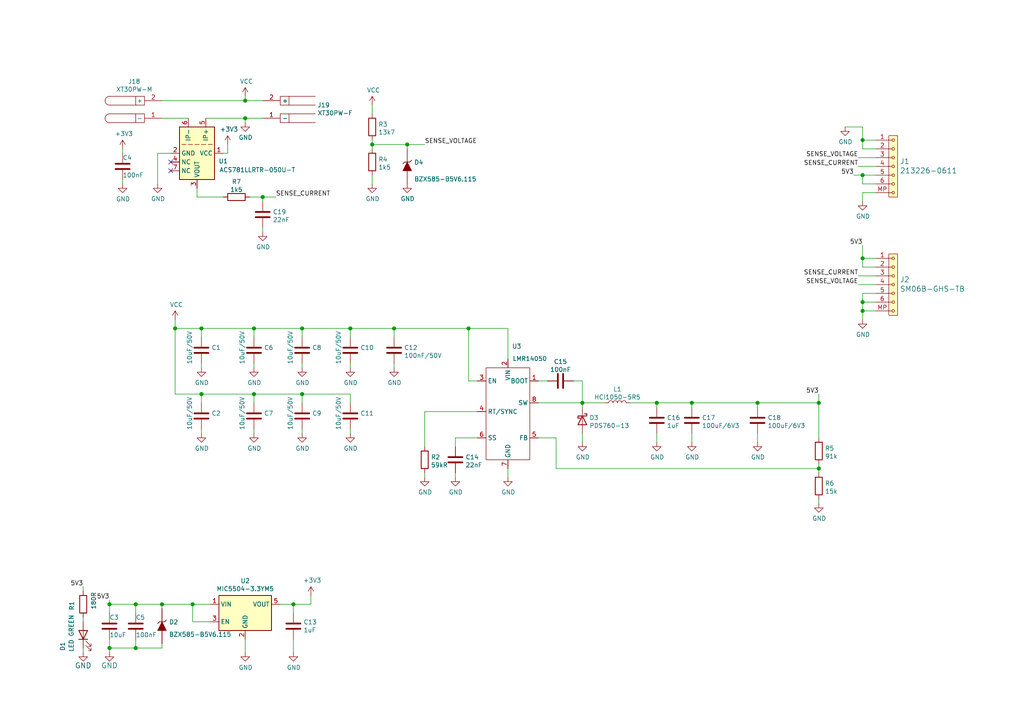
<source format=kicad_sch>
(kicad_sch (version 20230121) (generator eeschema)
  (paper "A4")
  (title_block (title "TFSBEC01A") (date "2022-03-15") (company "ThunderFly s.r.o.") (comment 1 "High efficient switching \\npower supply \\nfor UAV actuators. "))
  (lib_symbols
    (symbol "Device:C" (pin_numbers hide) (pin_names (offset 0.254))
      (property "Reference" "C" (at 0.635 2.54 0))
      (property "Value" "C" (at 0.635 -2.54 0))
      (symbol "C_0_1"
        (polyline (pts (xy -2.032 -0.762) (xy 2.032 -0.762)) (stroke (width 0.508)))
        (polyline (pts (xy -2.032 0.762) (xy 2.032 0.762)) (stroke (width 0.508)))
      )
      (symbol "C_1_1"
        (pin passive line (at 0 3.81 270) (length 2.794) (name "~") (number "1"))
        (pin passive line (at 0 -3.81 90) (length 2.794) (name "~") (number "2"))
      )
    )
    (symbol "Device:D_Schottky" (pin_numbers hide) (pin_names (offset 1.016) hide)
      (property "Reference" "D" (at 0 2.54 0))
      (property "Value" "D_Schottky" (at 0 -2.54 0))
      (symbol "D_Schottky_0_1"
        (polyline (pts (xy 1.27 0) (xy -1.27 0)))
        (polyline (pts (xy 1.27 1.27) (xy 1.27 -1.27) (xy -1.27 0) (xy 1.27 1.27)) (stroke (width 0.254)))
        (polyline (pts (xy -1.905 0.635) (xy -1.905 1.27) (xy -1.27 1.27) (xy -1.27 -1.27) (xy -0.635 -1.27) (xy -0.635 -0.635)) (stroke (width 0.254)))
      )
      (symbol "D_Schottky_1_1"
        (pin passive line (at -3.81 0 0) (length 2.54) (name "K") (number "1"))
        (pin passive line (at 3.81 0 180) (length 2.54) (name "A") (number "2"))
      )
    )
    (symbol "Device:L" (pin_numbers hide) (pin_names (offset 1.016) hide)
      (property "Reference" "L" (at -1.27 0 90))
      (property "Value" "L" (at 1.905 0 90))
      (symbol "L_0_1"
        (arc (start 0 -2.54) (mid 0.6323 -1.905) (end 0 -1.27))
        (arc (start 0 -1.27) (mid 0.6323 -0.635) (end 0 0))
        (arc (start 0 0) (mid 0.6323 0.635) (end 0 1.27))
        (arc (start 0 1.27) (mid 0.6323 1.905) (end 0 2.54))
      )
      (symbol "L_1_1"
        (pin passive line (at 0 3.81 270) (length 1.27) (name "1") (number "1"))
        (pin passive line (at 0 -3.81 90) (length 1.27) (name "2") (number "2"))
      )
    )
    (symbol "Device:LED" (pin_numbers hide) (pin_names (offset 1.016) hide)
      (property "Reference" "D" (at 0 2.54 0))
      (property "Value" "LED" (at 0 -2.54 0))
      (symbol "LED_0_1"
        (polyline (pts (xy -1.27 -1.27) (xy -1.27 1.27)) (stroke (width 0.254)))
        (polyline (pts (xy -1.27 0) (xy 1.27 0)))
        (polyline (pts (xy 1.27 -1.27) (xy 1.27 1.27) (xy -1.27 0) (xy 1.27 -1.27)) (stroke (width 0.254)))
        (polyline (pts (xy -3.048 -0.762) (xy -4.572 -2.286) (xy -3.81 -2.286) (xy -4.572 -2.286) (xy -4.572 -1.524)))
        (polyline (pts (xy -1.778 -0.762) (xy -3.302 -2.286) (xy -2.54 -2.286) (xy -3.302 -2.286) (xy -3.302 -1.524)))
      )
      (symbol "LED_1_1"
        (pin passive line (at -3.81 0 0) (length 2.54) (name "K") (number "1"))
        (pin passive line (at 3.81 0 180) (length 2.54) (name "A") (number "2"))
      )
    )
    (symbol "Device:R" (pin_numbers hide) (pin_names (offset 0))
      (property "Reference" "R" (at 2.032 0 90))
      (property "Value" "R" (at 0 0 90))
      (symbol "R_0_1"
        (rectangle (start -1.016 -2.54) (end 1.016 2.54) (stroke (width 0.254)))
      )
      (symbol "R_1_1"
        (pin passive line (at 0 3.81 270) (length 1.27) (name "~") (number "1"))
        (pin passive line (at 0 -3.81 90) (length 1.27) (name "~") (number "2"))
      )
    )
    (symbol "MLAB_CONNECTORS:XT30PW-F"
      (property "Reference" "J" (at -5.08 8.89 0))
      (property "Value" "XT30PW-F" (at -1.27 6.35 0))
      (symbol "XT30PW-F_0_1"
        (polyline (pts (xy -6.35 -3.81) (xy 1.27 -3.81)))
        (polyline (pts (xy -6.35 1.27) (xy 1.27 1.27)))
        (polyline (pts (xy 1.27 -1.27) (xy -6.35 -1.27)))
        (polyline (pts (xy 1.27 3.81) (xy -6.35 3.81)))
        (rectangle (start 3.81 -1.27) (end 1.27 -3.81))
        (rectangle (start 3.81 3.81) (end 1.27 1.27))
      )
      (symbol "XT30PW-F_1_1"
        (pin passive line (at 8.89 -2.54 180) (length 5.08) (name "-") (number "1"))
        (pin passive line (at 8.89 2.54 180) (length 5.08) (name "+") (number "2"))
      )
    )
    (symbol "MLAB_CONNECTORS:XT30PW-M"
      (property "Reference" "J" (at -8.89 7.62 0))
      (property "Value" "XT30PW-M" (at -5.08 5.08 0))
      (symbol "XT30PW-M_0_1"
        (arc (start -10.16 -2.54) (mid -9.8009 -3.4509) (end -8.89 -3.81))
        (arc (start -10.16 2.54) (mid -9.8009 1.6291) (end -8.89 1.27))
        (arc (start -8.89 -1.27) (mid -9.7827 -1.6473) (end -10.16 -2.54))
        (arc (start -8.89 3.81) (mid -9.7827 3.4327) (end -10.16 2.54))
        (polyline (pts (xy -8.89 -3.81) (xy -1.27 -3.81)))
        (polyline (pts (xy -8.89 1.27) (xy -1.27 1.27)))
        (polyline (pts (xy -1.27 -1.27) (xy -8.89 -1.27)))
        (polyline (pts (xy -1.27 3.81) (xy -8.89 3.81)))
        (rectangle (start 1.27 -1.27) (end -1.27 -3.81))
        (rectangle (start 1.27 3.81) (end -1.27 1.27))
      )
      (symbol "XT30PW-M_1_1"
        (pin passive line (at 6.35 -2.54 180) (length 5.08) (name "-") (number "1"))
        (pin passive line (at 6.35 2.54 180) (length 5.08) (name "+") (number "2"))
      )
    )
    (symbol "MLAB_CONNECTORS_JST:SM06B-GHS-TB" (pin_names (offset 1.016))
      (property "Reference" "J" (at 0 -10.16 0))
      (property "Value" "SM06B-GHS-TB" (at 0 10.16 0))
      (symbol "SM06B-GHS-TB_0_1"
        (rectangle (start -1.27 8.89) (end 1.27 -8.89) (fill (type background)))
        (circle (center 0 -7.62) (radius 0.381))
        (circle (center 0 -5.08) (radius 0.381))
        (circle (center 0 -2.54) (radius 0.381))
        (polyline (pts (xy -1.27 -7.62) (xy -0.381 -7.62)))
        (polyline (pts (xy -1.27 -5.08) (xy -0.381 -5.08)))
        (polyline (pts (xy -1.27 -2.54) (xy -0.381 -2.54)))
        (polyline (pts (xy -1.27 0) (xy -0.381 0)))
        (polyline (pts (xy -1.27 2.54) (xy -0.381 2.54)))
        (polyline (pts (xy -1.27 5.08) (xy -0.381 5.08)))
        (polyline (pts (xy -1.27 7.62) (xy -0.381 7.62)))
        (circle (center 0 0) (radius 0.381))
        (circle (center 0 2.54) (radius 0.381))
        (circle (center 0 5.08) (radius 0.381))
        (circle (center 0 7.62) (radius 0.381))
      )
      (symbol "SM06B-GHS-TB_1_1"
        (pin input line (at -5.08 7.62 0) (length 3.81) (name "~") (number "1"))
        (pin input line (at -5.08 5.08 0) (length 3.81) (name "~") (number "2"))
        (pin input line (at -5.08 2.54 0) (length 3.81) (name "~") (number "3"))
        (pin input line (at -5.08 0 0) (length 3.81) (name "~") (number "4"))
        (pin input line (at -5.08 -2.54 0) (length 3.81) (name "~") (number "5"))
        (pin input line (at -5.08 -5.08 0) (length 3.81) (name "~") (number "6"))
        (pin input line (at -5.08 -7.62 0) (length 3.81) (name "~") (number "MP"))
      )
    )
    (symbol "MLAB_D:D_ZENER" (pin_numbers hide) (pin_names (offset 1.016) hide)
      (property "Reference" "D" (at 0 2.54 0))
      (property "Value" "D_ZENER" (at 0 -2.54 0))
      (symbol "D_ZENER_0_1"
        (polyline (pts (xy -1.778 1.27) (xy -1.27 0.762) (xy -1.27 -0.762) (xy -0.762 -1.27) (xy -0.762 -1.27)) (stroke (width 0.2032)))
        (polyline (pts (xy -1.27 0) (xy 1.27 1.27) (xy 1.27 -1.27) (xy -1.27 0) (xy -1.27 0)) (fill (type outline)))
      )
      (symbol "D_ZENER_1_1"
        (pin passive line (at -5.08 0 0) (length 3.81) (name "K") (number "1"))
        (pin passive line (at 5.08 0 180) (length 3.81) (name "A") (number "2"))
      )
    )
    (symbol "MLAB_IO:LMR14050"
      (property "Reference" "U" (at 0 0 0))
      (property "Value" "LMR14050" (at 0 -2.54 0))
      (symbol "LMR14050_0_1"
        (rectangle (start -6.35 15.24) (end 6.35 -11.43) (stroke (width 0.1524)))
      )
      (symbol "LMR14050_1_1"
        (pin unspecified line (at 8.89 11.43 180) (length 2.54) (name "BOOT") (number "1"))
        (pin unspecified line (at 0 17.78 270) (length 2.54) (name "VIN") (number "2"))
        (pin unspecified line (at -8.89 11.43 0) (length 2.54) (name "EN") (number "3"))
        (pin unspecified line (at -8.89 2.54 0) (length 2.54) (name "RT/SYNC") (number "4"))
        (pin unspecified line (at 8.89 -5.08 180) (length 2.54) (name "FB") (number "5"))
        (pin unspecified line (at -8.89 -5.08 0) (length 2.54) (name "SS") (number "6"))
        (pin unspecified line (at 0 -13.97 90) (length 2.54) (name "GND") (number "7"))
        (pin unspecified line (at 8.89 5.08 180) (length 2.54) (name "SW") (number "8"))
        (pin unspecified line (at 0 -13.97 90) (length 2.54) hide (name "GND") (number "9"))
      )
    )
    (symbol "Regulator_Linear:MIC5504-3.3YM5"
      (property "Reference" "U" (at -7.62 8.89 0))
      (property "Value" "MIC5504-3.3YM5" (at -7.62 6.35 0))
      (symbol "MIC5504-3.3YM5_0_1"
        (rectangle (start -7.62 -5.08) (end 7.62 5.08) (stroke (width 0.254)) (fill (type background)))
      )
      (symbol "MIC5504-3.3YM5_1_1"
        (pin power_in line (at -10.16 2.54 0) (length 2.54) (name "VIN") (number "1"))
        (pin power_in line (at 0 -7.62 90) (length 2.54) (name "GND") (number "2"))
        (pin input line (at -10.16 -2.54 0) (length 2.54) (name "EN") (number "3"))
        (pin no_connect line (at 7.62 -2.54 180) (length 2.54) hide (name "NC") (number "4"))
        (pin power_out line (at 10.16 2.54 180) (length 2.54) (name "VOUT") (number "5"))
      )
    )
    (symbol "Sensor_Current:ACS781xLRTR-050U"
      (property "Reference" "U" (at -7.62 6.35 0))
      (property "Value" "ACS781xLRTR-050U" (at 2.54 6.35 0))
      (symbol "ACS781xLRTR-050U_0_1"
        (rectangle (start -7.62 5.08) (end 7.62 -5.08) (stroke (width 0.254)) (fill (type background)))
        (polyline (pts (xy -2.54 -3.175) (xy -2.54 -4.445)))
        (polyline (pts (xy -2.54 -1.27) (xy -2.54 -2.54)))
        (polyline (pts (xy -2.54 0.635) (xy -2.54 -0.635)))
        (polyline (pts (xy -2.54 1.27) (xy -2.54 2.54)))
        (polyline (pts (xy -2.54 3.175) (xy -2.54 4.445)))
      )
      (symbol "ACS781xLRTR-050U_1_1"
        (pin power_in line (at 0 7.62 270) (length 2.54) (name "VCC") (number "1"))
        (pin power_in line (at 0 -7.62 90) (length 2.54) (name "GND") (number "2"))
        (pin output line (at 10.16 0 180) (length 2.54) (name "VOUT") (number "3"))
        (pin passive line (at 2.54 -7.62 90) (length 2.54) (name "NC") (number "4"))
        (pin passive line (at -10.16 2.54 0) (length 2.54) (name "IP+") (number "5"))
        (pin passive line (at -10.16 -2.54 0) (length 2.54) (name "IP-") (number "6"))
        (pin passive line (at 5.08 -7.62 90) (length 2.54) (name "NC") (number "7"))
      )
    )
    (symbol "power:+3V3" (power) (pin_names (offset 0))
      (property "Value" "+3V3" (at 0 3.556 0))
      (symbol "+3V3_0_1"
        (polyline (pts (xy -0.762 1.27) (xy 0 2.54)))
        (polyline (pts (xy 0 0) (xy 0 2.54)))
        (polyline (pts (xy 0 2.54) (xy 0.762 1.27)))
      )
      (symbol "+3V3_1_1"
        (pin power_in line (at 0 0 90) (length 0) hide (name "+3V3") (number "1"))
      )
    )
    (symbol "power:GND" (power) (pin_names (offset 0))
      (property "Value" "GND" (at 0 -3.81 0))
      (symbol "GND_0_1"
        (polyline (pts (xy 0 0) (xy 0 -1.27) (xy 1.27 -1.27) (xy 0 -2.54) (xy -1.27 -1.27) (xy 0 -1.27)))
      )
      (symbol "GND_1_1"
        (pin power_in line (at 0 0 270) (length 0) hide (name "GND") (number "1"))
      )
    )
    (symbol "power:VCC" (power) (pin_names (offset 0))
      (property "Value" "VCC" (at 0 3.81 0))
      (symbol "VCC_0_1"
        (polyline (pts (xy -0.762 1.27) (xy 0 2.54)))
        (polyline (pts (xy 0 0) (xy 0 2.54)))
        (polyline (pts (xy 0 2.54) (xy 0.762 1.27)))
      )
      (symbol "VCC_1_1"
        (pin power_in line (at 0 0 90) (length 0) hide (name "VCC") (number "1"))
      )
    )
  )
  (junction (at 250.19 87.63) (diameter 1.016))
  (junction (at 250.19 74.93) (diameter 1.016))
  (junction (at 219.71 116.84) (diameter 1.016))
  (junction (at 85.09 175.26) (diameter 1.016))
  (junction (at 73.66 95.25) (diameter 1.016))
  (junction (at 168.91 116.84) (diameter 1.016))
  (junction (at 87.63 95.25) (diameter 1.016))
  (junction (at 58.42 95.25) (diameter 1.016))
  (junction (at 50.8 95.25) (diameter 1.016))
  (junction (at 237.49 116.84) (diameter 1.016))
  (junction (at 58.42 114.3) (diameter 1.016))
  (junction (at 250.19 50.8) (diameter 1.016))
  (junction (at 71.12 34.29) (diameter 1.016))
  (junction (at 190.5 116.84) (diameter 1.016))
  (junction (at 250.19 40.64) (diameter 1.016))
  (junction (at 55.88 175.26) (diameter 1.016))
  (junction (at 114.3 95.25) (diameter 1.016))
  (junction (at 200.66 116.84) (diameter 1.016))
  (junction (at 46.99 175.26) (diameter 1.016))
  (junction (at 71.12 29.21) (diameter 1.016))
  (junction (at 237.49 135.89) (diameter 1.016))
  (junction (at 76.2 57.15) (diameter 1.016))
  (junction (at 31.75 175.26) (diameter 1.016))
  (junction (at 73.66 114.3) (diameter 1.016))
  (junction (at 87.63 114.3) (diameter 1.016))
  (junction (at 39.37 187.96) (diameter 1.016))
  (junction (at 118.11 41.91) (diameter 1.016))
  (junction (at 250.19 90.17) (diameter 1.016))
  (junction (at 31.75 187.96) (diameter 1.016))
  (junction (at 135.89 95.25) (diameter 1.016))
  (junction (at 39.37 175.26) (diameter 1.016))
  (junction (at 101.6 95.25) (diameter 1.016))
  (junction (at 107.95 41.91) (diameter 1.016))
  (no_connect (at 49.53 46.99))
  (no_connect (at 49.53 49.53))
  (wire (pts (xy 31.75 187.96) (xy 31.75 189.23)))
  (wire (pts (xy 64.77 44.45) (xy 66.04 44.45)))
  (wire (pts (xy 66.04 44.45) (xy 66.04 41.91)))
  (wire (pts (xy 73.66 124.46) (xy 73.66 125.73)))
  (wire (pts (xy 248.92 45.72) (xy 254 45.72)))
  (wire (pts (xy 248.92 80.01) (xy 254 80.01)))
  (wire (pts (xy 250.19 55.88) (xy 254 55.88)))
  (wire (pts (xy 161.29 127) (xy 161.29 135.89)))
  (wire (pts (xy 161.29 135.89) (xy 237.49 135.89)))
  (wire (pts (xy 39.37 175.26) (xy 46.99 175.26)))
  (wire (pts (xy 123.19 119.38) (xy 123.19 129.54)))
  (wire (pts (xy 138.43 119.38) (xy 123.19 119.38)))
  (wire (pts (xy 46.99 186.69) (xy 46.99 187.96)))
  (wire (pts (xy 190.5 125.73) (xy 190.5 128.27)))
  (wire (pts (xy 101.6 95.25) (xy 101.6 97.79)))
  (wire (pts (xy 57.15 57.15) (xy 64.77 57.15)))
  (wire (pts (xy 59.69 34.29) (xy 71.12 34.29)))
  (wire (pts (xy 248.92 48.26) (xy 254 48.26)))
  (wire (pts (xy 85.09 175.26) (xy 90.17 175.26)))
  (wire (pts (xy 87.63 114.3) (xy 87.63 116.84)))
  (wire (pts (xy 250.19 71.12) (xy 250.19 74.93)))
  (wire (pts (xy 250.19 74.93) (xy 250.19 77.47)))
  (wire (pts (xy 254 77.47) (xy 250.19 77.47)))
  (wire (pts (xy 250.19 40.64) (xy 250.19 43.18)))
  (wire (pts (xy 254 43.18) (xy 250.19 43.18)))
  (wire (pts (xy 200.66 116.84) (xy 200.66 118.11)))
  (wire (pts (xy 87.63 124.46) (xy 87.63 125.73)))
  (wire (pts (xy 147.32 135.89) (xy 147.32 138.43)))
  (wire (pts (xy 24.13 170.18) (xy 24.13 171.45)))
  (wire (pts (xy 101.6 114.3) (xy 101.6 116.84)))
  (wire (pts (xy 250.19 50.8) (xy 250.19 53.34)))
  (wire (pts (xy 87.63 95.25) (xy 87.63 97.79)))
  (wire (pts (xy 55.88 180.34) (xy 55.88 175.26)))
  (wire (pts (xy 73.66 114.3) (xy 73.66 116.84)))
  (wire (pts (xy 31.75 185.42) (xy 31.75 187.96)))
  (wire (pts (xy 247.65 50.8) (xy 250.19 50.8)))
  (wire (pts (xy 107.95 41.91) (xy 118.11 41.91)))
  (wire (pts (xy 118.11 41.91) (xy 123.19 41.91)))
  (wire (pts (xy 237.49 144.78) (xy 237.49 146.05)))
  (wire (pts (xy 46.99 175.26) (xy 55.88 175.26)))
  (wire (pts (xy 101.6 105.41) (xy 101.6 106.68)))
  (wire (pts (xy 114.3 95.25) (xy 114.3 97.79)))
  (wire (pts (xy 168.91 116.84) (xy 168.91 118.11)))
  (wire (pts (xy 147.32 95.25) (xy 147.32 104.14)))
  (wire (pts (xy 182.88 116.84) (xy 190.5 116.84)))
  (wire (pts (xy 254 53.34) (xy 250.19 53.34)))
  (wire (pts (xy 248.92 82.55) (xy 254 82.55)))
  (wire (pts (xy 245.11 36.83) (xy 250.19 36.83)))
  (wire (pts (xy 50.8 114.3) (xy 50.8 95.25)))
  (wire (pts (xy 58.42 114.3) (xy 50.8 114.3)))
  (wire (pts (xy 60.96 180.34) (xy 55.88 180.34)))
  (wire (pts (xy 166.37 110.49) (xy 168.91 110.49)))
  (wire (pts (xy 168.91 110.49) (xy 168.91 116.84)))
  (wire (pts (xy 132.08 127) (xy 132.08 129.54)))
  (wire (pts (xy 138.43 127) (xy 132.08 127)))
  (wire (pts (xy 72.39 57.15) (xy 76.2 57.15)))
  (wire (pts (xy 76.2 57.15) (xy 80.01 57.15)))
  (wire (pts (xy 237.49 134.62) (xy 237.49 135.89)))
  (wire (pts (xy 237.49 135.89) (xy 237.49 137.16)))
  (wire (pts (xy 135.89 110.49) (xy 138.43 110.49)))
  (wire (pts (xy 57.15 54.61) (xy 57.15 57.15)))
  (wire (pts (xy 60.96 175.26) (xy 55.88 175.26)))
  (wire (pts (xy 76.2 57.15) (xy 76.2 58.42)))
  (wire (pts (xy 87.63 105.41) (xy 87.63 106.68)))
  (wire (pts (xy 85.09 185.42) (xy 85.09 189.23)))
  (wire (pts (xy 250.19 90.17) (xy 254 90.17)))
  (wire (pts (xy 250.19 55.88) (xy 250.19 58.42)))
  (wire (pts (xy 190.5 116.84) (xy 190.5 118.11)))
  (wire (pts (xy 24.13 179.07) (xy 24.13 180.34)))
  (wire (pts (xy 123.19 137.16) (xy 123.19 138.43)))
  (wire (pts (xy 35.56 52.07) (xy 35.56 53.34)))
  (wire (pts (xy 71.12 185.42) (xy 71.12 189.23)))
  (wire (pts (xy 250.19 74.93) (xy 254 74.93)))
  (wire (pts (xy 31.75 187.96) (xy 39.37 187.96)))
  (wire (pts (xy 24.13 187.96) (xy 24.13 189.23)))
  (wire (pts (xy 107.95 50.8) (xy 107.95 53.34)))
  (wire (pts (xy 31.75 173.99) (xy 31.75 175.26)))
  (wire (pts (xy 71.12 27.94) (xy 71.12 29.21)))
  (wire (pts (xy 254 50.8) (xy 250.19 50.8)))
  (wire (pts (xy 58.42 124.46) (xy 58.42 125.73)))
  (wire (pts (xy 73.66 105.41) (xy 73.66 106.68)))
  (wire (pts (xy 250.19 85.09) (xy 250.19 87.63)))
  (wire (pts (xy 254 85.09) (xy 250.19 85.09)))
  (wire (pts (xy 46.99 176.53) (xy 46.99 175.26)))
  (wire (pts (xy 39.37 185.42) (xy 39.37 187.96)))
  (wire (pts (xy 250.19 40.64) (xy 254 40.64)))
  (wire (pts (xy 76.2 66.04) (xy 76.2 67.31)))
  (wire (pts (xy 107.95 40.64) (xy 107.95 41.91)))
  (wire (pts (xy 107.95 41.91) (xy 107.95 43.18)))
  (wire (pts (xy 168.91 116.84) (xy 175.26 116.84)))
  (wire (pts (xy 31.75 177.8) (xy 31.75 175.26)))
  (wire (pts (xy 168.91 125.73) (xy 168.91 128.27)))
  (wire (pts (xy 156.21 116.84) (xy 168.91 116.84)))
  (wire (pts (xy 190.5 116.84) (xy 200.66 116.84)))
  (wire (pts (xy 200.66 116.84) (xy 219.71 116.84)))
  (wire (pts (xy 219.71 116.84) (xy 219.71 118.11)))
  (wire (pts (xy 114.3 105.41) (xy 114.3 106.68)))
  (wire (pts (xy 31.75 175.26) (xy 39.37 175.26)))
  (wire (pts (xy 135.89 110.49) (xy 135.89 95.25)))
  (wire (pts (xy 118.11 41.91) (xy 118.11 43.18)))
  (wire (pts (xy 58.42 114.3) (xy 58.42 116.84)))
  (wire (pts (xy 81.28 175.26) (xy 85.09 175.26)))
  (wire (pts (xy 46.99 29.21) (xy 71.12 29.21)))
  (wire (pts (xy 107.95 30.48) (xy 107.95 33.02)))
  (wire (pts (xy 45.72 44.45) (xy 45.72 53.34)))
  (wire (pts (xy 49.53 44.45) (xy 45.72 44.45)))
  (wire (pts (xy 71.12 29.21) (xy 76.2 29.21)))
  (wire (pts (xy 71.12 34.29) (xy 76.2 34.29)))
  (wire (pts (xy 35.56 43.18) (xy 35.56 44.45)))
  (wire (pts (xy 101.6 124.46) (xy 101.6 125.73)))
  (wire (pts (xy 85.09 175.26) (xy 85.09 177.8)))
  (wire (pts (xy 39.37 187.96) (xy 46.99 187.96)))
  (wire (pts (xy 58.42 95.25) (xy 58.42 97.79)))
  (wire (pts (xy 156.21 110.49) (xy 158.75 110.49)))
  (wire (pts (xy 46.99 34.29) (xy 54.61 34.29)))
  (wire (pts (xy 250.19 87.63) (xy 250.19 90.17)))
  (wire (pts (xy 250.19 90.17) (xy 250.19 92.71)))
  (wire (pts (xy 254 87.63) (xy 250.19 87.63)))
  (wire (pts (xy 132.08 137.16) (xy 132.08 138.43)))
  (wire (pts (xy 39.37 177.8) (xy 39.37 175.26)))
  (wire (pts (xy 219.71 125.73) (xy 219.71 128.27)))
  (wire (pts (xy 219.71 116.84) (xy 237.49 116.84)))
  (wire (pts (xy 237.49 116.84) (xy 237.49 127)))
  (wire (pts (xy 250.19 36.83) (xy 250.19 40.64)))
  (wire (pts (xy 73.66 95.25) (xy 73.66 97.79)))
  (wire (pts (xy 90.17 175.26) (xy 90.17 172.72)))
  (wire (pts (xy 161.29 127) (xy 156.21 127)))
  (wire (pts (xy 200.66 125.73) (xy 200.66 128.27)))
  (wire (pts (xy 237.49 114.3) (xy 237.49 116.84)))
  (wire (pts (xy 71.12 34.29) (xy 71.12 35.56)))
  (wire (pts (xy 50.8 92.71) (xy 50.8 95.25)))
  (wire (pts (xy 58.42 95.25) (xy 50.8 95.25)))
  (wire (pts (xy 73.66 95.25) (xy 58.42 95.25)))
  (wire (pts (xy 87.63 95.25) (xy 73.66 95.25)))
  (wire (pts (xy 101.6 95.25) (xy 87.63 95.25)))
  (wire (pts (xy 114.3 95.25) (xy 101.6 95.25)))
  (wire (pts (xy 135.89 95.25) (xy 114.3 95.25)))
  (wire (pts (xy 147.32 95.25) (xy 135.89 95.25)))
  (wire (pts (xy 58.42 114.3) (xy 73.66 114.3)))
  (wire (pts (xy 73.66 114.3) (xy 87.63 114.3)))
  (wire (pts (xy 87.63 114.3) (xy 101.6 114.3)))
  (wire (pts (xy 58.42 105.41) (xy 58.42 106.68)))
  (label "SENSE_VOLTAGE" (at 123.19 41.91 0))
  (label "5V3" (at 250.19 71.12 180))
  (label "SENSE_VOLTAGE" (at 248.92 45.72 180))
  (label "SENSE_VOLTAGE" (at 248.92 82.55 180))
  (label "SENSE_CURRENT" (at 248.92 48.26 180))
  (label "5V3" (at 247.65 50.8 180))
  (label "5V3" (at 24.13 170.18 180))
  (label "5V3" (at 31.75 173.99 180))
  (label "SENSE_CURRENT" (at 248.92 80.01 180))
  (label "SENSE_CURRENT" (at 80.01 57.15 0))
  (label "5V3" (at 237.49 114.3 180))
  (symbol (lib_id "power:GND") (at 101.6 125.73 0) (unit 1)
    (property "Reference" "#PWR0113" (effects hide))
    (property "Value" "GND" (at 101.7143 130.0544 0))
  )
  (symbol (lib_id "Device:R") (at 123.19 133.35 0) (unit 1)
    (property "Reference" "R2" (at 124.9681 132.5891 0) (effects (justify left)))
    (property "Value" "59kR" (at 124.9681 134.8878 0) (effects (justify left)))
    (property "Footprint" "Mlab_R:SMD-0805" (effects hide))
    (property "UST_ID" "6087b414128750769ee590a1" (effects hide))
  )
  (symbol (lib_id "Device:R") (at 107.95 46.99 0) (unit 1)
    (property "Reference" "R4" (at 109.7281 46.2291 0) (effects (justify left)))
    (property "Value" "1k5" (at 109.7281 48.5278 0) (effects (justify left)))
    (property "Footprint" "Mlab_R:SMD-0805" (effects hide))
    (property "UST_ID" "5c70984512875079b91f898e" (effects hide))
  )
  (symbol (lib_id "Device:R") (at 107.95 36.83 0) (unit 1)
    (property "Reference" "R3" (at 109.7281 36.0691 0) (effects (justify left)))
    (property "Value" "13k7" (at 109.7281 38.3678 0) (effects (justify left)))
    (property "Footprint" "Mlab_R:SMD-0805" (effects hide))
    (property "UST_ID" "6087b4ba128750769ee590cd" (effects hide))
  )
  (symbol (lib_id "Device:L") (at 179.07 116.84 90) (unit 1)
    (property "Reference" "L1" (at 179.07 112.8988 90))
    (property "Value" "HCI1050-5R5" (at 179.07 115.1975 90))
    (property "Footprint" "Inductor_SMD:L_Wuerth_HCI-1050" (effects hide))
    (property "UST_ID" "6087af42128750769ee59060" (effects hide))
  )
  (symbol (lib_id "Device:C") (at 114.3 101.6 0) (unit 1)
    (property "Reference" "C12" (at 117.2211 100.8391 0) (effects (justify left)))
    (property "Value" "100nF/50V" (at 117.2211 103.1378 0) (effects (justify left)))
    (property "Footprint" "Mlab_R:SMD-0805" (effects hide))
    (property "UST_ID" "5c70984712875079b91f8b4c" (effects hide))
  )
  (symbol (lib_id "power:GND") (at 45.72 53.34 0) (unit 1)
    (property "Reference" "#PWR0132" (effects hide))
    (property "Value" "GND" (at 45.8343 57.6644 0))
  )
  (symbol (lib_id "Device:C") (at 101.6 120.65 0) (unit 1)
    (property "Reference" "C11" (at 104.5211 119.8891 0) (effects (justify left)))
    (property "Value" "10uF/50V" (at 98.1711 124.7278 90) (effects (justify left)))
    (property "Footprint" "Resistor_SMD:R_1206_3216Metric" (effects hide))
    (property "UST_ID" "607c0671128750769ee58c7f" (effects hide))
  )
  (symbol (lib_id "power:GND") (at 35.56 53.34 0) (unit 1)
    (property "Reference" "#PWR0131" (effects hide))
    (property "Value" "GND" (at 35.687 57.7342 0))
  )
  (symbol (lib_id "Device:C") (at 87.63 101.6 0) (unit 1)
    (property "Reference" "C8" (at 90.5511 100.8391 0) (effects (justify left)))
    (property "Value" "10uF/50V" (at 84.2011 105.6778 90) (effects (justify left)))
    (property "Footprint" "Resistor_SMD:R_1206_3216Metric" (effects hide))
    (property "UST_ID" "607c0671128750769ee58c7f" (effects hide))
  )
  (symbol (lib_id "Device:R") (at 68.58 57.15 90) (unit 1)
    (property "Reference" "R7" (at 68.58 52.7008 90))
    (property "Value" "1k5" (at 68.58 54.9995 90))
    (property "Footprint" "Mlab_R:SMD-0805" (effects hide))
    (property "UST_ID" "5c70984512875079b91f898e" (effects hide))
  )
  (symbol (lib_id "power:GND") (at 237.49 146.05 0) (unit 1)
    (property "Reference" "#PWR0105" (effects hide))
    (property "Value" "GND" (at 237.6043 150.3744 0))
  )
  (symbol (lib_id "power:VCC") (at 50.8 92.71 0) (unit 1)
    (property "Reference" "#PWR0129" (effects hide))
    (property "Value" "VCC" (at 51.1683 88.3856 0))
  )
  (symbol (lib_id "power:GND") (at 107.95 53.34 0) (unit 1)
    (property "Reference" "#PWR0117" (effects hide))
    (property "Value" "GND" (at 108.0643 57.6644 0))
  )
  (symbol (lib_id "power:GND") (at 76.2 67.31 0) (unit 1)
    (property "Reference" "#PWR0134" (effects hide))
    (property "Value" "GND" (at 76.3143 71.6344 0))
  )
  (symbol (lib_id "Sensor_Current:ACS781xLRTR-050U") (at 57.15 44.45 270) (unit 1)
    (property "Reference" "U1" (at 63.3794 46.7361 90) (effects (justify left)))
    (property "Value" "ACS781LLRTR-050U-T" (at 63.621 49.276 90) (effects (justify left)))
    (property "Footprint" "Sensor_Current:Allegro_PSOF-7_4.8x6.4mm_P1.60mm" (effects hide))
    (property "Datasheet" "http://www.allegromicro.com/~/media/Files/Datasheets/ACS780-Datasheet.ashx?la=en" (effects hide))
    (property "UST_ID" "6087b619128750769ee590fa" (effects hide))
  )
  (symbol (lib_id "power:GND") (at 87.63 125.73 0) (unit 1)
    (property "Reference" "#PWR0114" (effects hide))
    (property "Value" "GND" (at 87.7443 130.0544 0))
  )
  (symbol (lib_id "power:GND") (at 200.66 128.27 0) (unit 1)
    (property "Reference" "#PWR0103" (effects hide))
    (property "Value" "GND" (at 200.7743 132.5944 0))
  )
  (symbol (lib_id "Device:C") (at 39.37 181.61 0) (unit 1)
    (property "Reference" "C5" (at 39.37 179.07 0) (effects (justify left)))
    (property "Value" "100nF" (at 39.37 184.15 0) (effects (justify left)))
    (property "Footprint" "Mlab_R:SMD-0805" (effects hide))
    (property "UST_ID" "5c70984712875079b91f8b4c" (effects hide))
  )
  (symbol (lib_id "Device:C") (at 73.66 120.65 0) (unit 1)
    (property "Reference" "C7" (at 76.5811 119.8891 0) (effects (justify left)))
    (property "Value" "10uF/50V" (at 70.2311 124.7278 90) (effects (justify left)))
    (property "Footprint" "Resistor_SMD:R_1206_3216Metric" (effects hide))
    (property "UST_ID" "607c0671128750769ee58c7f" (effects hide))
  )
  (symbol (lib_id "power:GND") (at 87.63 106.68 0) (unit 1)
    (property "Reference" "#PWR0106" (effects hide))
    (property "Value" "GND" (at 87.7443 111.0044 0))
  )
  (symbol (lib_id "power:GND") (at 58.42 106.68 0) (unit 1)
    (property "Reference" "#PWR0108" (effects hide))
    (property "Value" "GND" (at 58.5343 111.0044 0))
  )
  (symbol (lib_id "power:VCC") (at 107.95 30.48 0) (unit 1)
    (property "Reference" "#PWR0120" (effects hide))
    (property "Value" "VCC" (at 108.3183 26.1556 0))
  )
  (symbol (lib_id "power:GND") (at 190.5 128.27 0) (unit 1)
    (property "Reference" "#PWR0102" (effects hide))
    (property "Value" "GND" (at 190.6143 132.5944 0))
  )
  (symbol (lib_id "power:+3V3") (at 90.17 172.72 0) (unit 1)
    (property "Reference" "#PWR0127" (effects hide))
    (property "Value" "+3V3" (at 90.551 168.3258 0))
  )
  (symbol (lib_id "power:GND") (at 250.19 92.71 0) (unit 1)
    (property "Reference" "#PWR0101" (effects hide))
    (property "Value" "GND" (at 250.3043 97.0344 0))
  )
  (symbol (lib_id "Device:C") (at 132.08 133.35 0) (unit 1)
    (property "Reference" "C14" (at 135.0011 132.5891 0) (effects (justify left)))
    (property "Value" "22nF" (at 135.0011 134.8878 0) (effects (justify left)))
    (property "Footprint" "Mlab_R:SMD-0805" (effects hide))
    (property "UST_ID" "5c70984712875079b91f8b4a" (effects hide))
  )
  (symbol (lib_id "MLAB_IO:LMR14050") (at 147.32 121.92 0) (unit 1)
    (property "Reference" "U3" (at 149.86 100.4528 0))
    (property "Value" "LMR14050" (at 153.67 104.0215 0))
    (property "Footprint" "Package_SO:SOIC-8-1EP_3.9x4.9mm_P1.27mm_EP2.41x3.3mm_ThermalVias" (effects hide))
    (property "Datasheet" "https://www.ti.com/lit/ds/symlink/lmr14050.pdf" (effects hide))
    (property "UST_ID" "6087b6ba128750769ee59110" (effects hide))
  )
  (symbol (lib_id "power:GND") (at 245.11 36.83 0) (unit 1)
    (property "Reference" "#PWR0136" (effects hide))
    (property "Value" "GND" (at 245.2243 41.1544 0))
  )
  (symbol (lib_id "power:GND") (at 114.3 106.68 0) (unit 1)
    (property "Reference" "#PWR0112" (effects hide))
    (property "Value" "GND" (at 114.4143 111.0044 0))
  )
  (symbol (lib_id "power:GND") (at 168.91 128.27 0) (unit 1)
    (property "Reference" "#PWR0124" (effects hide))
    (property "Value" "GND" (at 169.0243 132.5944 0))
  )
  (symbol (lib_id "power:GND") (at 58.42 125.73 0) (unit 1)
    (property "Reference" "#PWR0109" (effects hide))
    (property "Value" "GND" (at 58.5343 130.0544 0))
  )
  (symbol (lib_id "power:GND") (at 24.13 189.23 0) (unit 1)
    (property "Reference" "#PWR0116" (effects hide))
    (property "Value" "GND" (at 24.13 193.04 0) (effects (font (size 1.524 1.524))))
  )
  (symbol (lib_id "Device:C") (at 35.56 48.26 0) (unit 1)
    (property "Reference" "C4" (at 35.56 45.72 0) (effects (justify left)))
    (property "Value" "100nF" (at 35.56 50.8 0) (effects (justify left)))
    (property "Footprint" "Mlab_R:SMD-0805" (effects hide))
    (property "UST_ID" "5c70984712875079b91f8b4c" (effects hide))
  )
  (symbol (lib_id "power:GND") (at 118.11 53.34 0) (unit 1)
    (property "Reference" "#PWR0135" (effects hide))
    (property "Value" "GND" (at 118.2243 57.6644 0))
  )
  (symbol (lib_id "power:GND") (at 132.08 138.43 0) (unit 1)
    (property "Reference" "#PWR0123" (effects hide))
    (property "Value" "GND" (at 132.1943 142.7544 0))
  )
  (symbol (lib_id "power:GND") (at 71.12 189.23 0) (unit 1)
    (property "Reference" "#PWR0126" (effects hide))
    (property "Value" "GND" (at 71.247 193.6242 0))
  )
  (symbol (lib_id "Device:C") (at 190.5 121.92 0) (unit 1)
    (property "Reference" "C16" (at 193.4211 121.1591 0) (effects (justify left)))
    (property "Value" "1uF" (at 193.4211 123.4578 0) (effects (justify left)))
    (property "Footprint" "Mlab_R:SMD-0805" (effects hide))
    (property "UST_ID" "5c70984712875079b91f8b6f" (effects hide))
  )
  (symbol (lib_id "MLAB_D:D_ZENER") (at 118.11 48.26 270) (unit 1)
    (property "Reference" "D4" (at 120.1166 47.0916 90) (effects (justify left)))
    (property "Value" "BZX585-B5V6.115" (at 120.117 51.943 90) (effects (justify left)))
    (property "Footprint" "Diode_SMD:D_SOD-523" (effects hide))
    (property "UST_ID" "60879d38128750769ee58e48" (effects hide))
  )
  (symbol (lib_id "power:GND") (at 71.12 35.56 0) (unit 1)
    (property "Reference" "#PWR0119" (effects hide))
    (property "Value" "GND" (at 71.2343 39.8844 0))
  )
  (symbol (lib_id "Device:C") (at 31.75 181.61 0) (unit 1)
    (property "Reference" "C3" (at 31.75 179.07 0) (effects (justify left)))
    (property "Value" "10uF" (at 31.75 184.15 0) (effects (justify left)))
    (property "Footprint" "Mlab_R:SMD-0805" (effects hide))
    (property "UST_ID" "5c70984812875079b91f8bbd" (effects hide))
  )
  (symbol (lib_id "Device:C") (at 58.42 101.6 0) (unit 1)
    (property "Reference" "C1" (at 61.3411 100.8391 0) (effects (justify left)))
    (property "Value" "10uF/50V" (at 54.9911 105.6778 90) (effects (justify left)))
    (property "Footprint" "Resistor_SMD:R_1206_3216Metric" (effects hide))
    (property "UST_ID" "607c0671128750769ee58c7f" (effects hide))
  )
  (symbol (lib_id "power:GND") (at 250.19 58.42 0) (unit 1)
    (property "Reference" "#PWR0125" (effects hide))
    (property "Value" "GND" (at 250.3043 62.7444 0))
  )
  (symbol (lib_id "Device:C") (at 85.09 181.61 0) (unit 1)
    (property "Reference" "C13" (at 88.011 180.4416 0) (effects (justify left)))
    (property "Value" "1uF" (at 88.011 182.753 0) (effects (justify left)))
    (property "Footprint" "Mlab_R:SMD-0805" (effects hide))
    (property "UST_ID" "5c70984712875079b91f8b50" (effects hide))
  )
  (symbol (lib_id "power:VCC") (at 71.12 27.94 0) (unit 1)
    (property "Reference" "#PWR0133" (effects hide))
    (property "Value" "VCC" (at 71.4883 23.6156 0))
  )
  (symbol (lib_id "Device:R") (at 237.49 140.97 0) (unit 1)
    (property "Reference" "R6" (at 239.2681 140.2091 0) (effects (justify left)))
    (property "Value" "15k" (at 239.2681 142.5078 0) (effects (justify left)))
    (property "Footprint" "Mlab_R:SMD-0805" (effects hide))
    (property "UST_ID" "5c70984712875079b91f8b6a" (effects hide))
  )
  (symbol (lib_id "Device:C") (at 76.2 62.23 0) (unit 1)
    (property "Reference" "C19" (at 79.1211 61.4691 0) (effects (justify left)))
    (property "Value" "22nF" (at 79.1211 63.7678 0) (effects (justify left)))
    (property "Footprint" "Mlab_R:SMD-0805" (effects hide))
    (property "UST_ID" "5c70984712875079b91f8b4a" (effects hide))
  )
  (symbol (lib_id "power:+3V3") (at 66.04 41.91 0) (unit 1)
    (property "Reference" "#PWR0118" (effects hide))
    (property "Value" "+3V3" (at 66.421 37.5158 0))
  )
  (symbol (lib_id "Device:C") (at 58.42 120.65 0) (unit 1)
    (property "Reference" "C2" (at 61.3411 119.8891 0) (effects (justify left)))
    (property "Value" "10uF/50V" (at 54.9911 124.7278 90) (effects (justify left)))
    (property "Footprint" "Resistor_SMD:R_1206_3216Metric" (effects hide))
    (property "UST_ID" "607c0671128750769ee58c7f" (effects hide))
  )
  (symbol (lib_id "MLAB_CONNECTORS:XT30PW-M") (at 40.64 31.75 0) (unit 1)
    (property "Reference" "J18" (at 38.9382 23.6282 0))
    (property "Value" "XT30PW-M" (at 38.9382 25.9269 0))
    (property "Footprint" "Connector_AMASS:AMASS_XT30PW-M_1x02_P2.50mm_Horizontal" (effects hide))
    (property "UST_ID" "5c70984812875079b91f8ba8" (effects hide))
  )
  (symbol (lib_id "power:GND") (at 147.32 138.43 0) (unit 1)
    (property "Reference" "#PWR0121" (effects hide))
    (property "Value" "GND" (at 147.4343 142.7544 0))
  )
  (symbol (lib_id "power:GND") (at 73.66 125.73 0) (unit 1)
    (property "Reference" "#PWR0110" (effects hide))
    (property "Value" "GND" (at 73.7743 130.0544 0))
  )
  (symbol (lib_id "Device:C") (at 200.66 121.92 0) (unit 1)
    (property "Reference" "C17" (at 203.5811 121.1591 0) (effects (justify left)))
    (property "Value" "100uF/6V3" (at 203.5811 123.4578 0) (effects (justify left)))
    (property "Footprint" "Resistor_SMD:R_1206_3216Metric" (effects hide))
    (property "UST_ID" "607c1245128750769ee58ca7" (effects hide))
  )
  (symbol (lib_id "Device:C") (at 162.56 110.49 90) (unit 1)
    (property "Reference" "C15" (at 162.56 104.8978 90))
    (property "Value" "100nF" (at 162.56 107.1965 90))
    (property "Footprint" "Mlab_R:SMD-0805" (effects hide))
    (property "UST_ID" "5c70984712875079b91f8b4c" (effects hide))
  )
  (symbol (lib_id "Device:LED") (at 24.13 184.15 90) (unit 1)
    (property "Reference" "D1" (at 18.1611 186.1196 0) (effects (justify right)))
    (property "Value" "LED GREEN" (at 20.7011 178.2583 0) (effects (justify right)))
    (property "Footprint" "Mlab_D:LED_1206" (effects hide))
    (property "UST_ID" "5c70984412875079b91f8895" (effects hide))
  )
  (symbol (lib_id "power:GND") (at 101.6 106.68 0) (unit 1)
    (property "Reference" "#PWR0111" (effects hide))
    (property "Value" "GND" (at 101.7143 111.0044 0))
  )
  (symbol (lib_id "Device:R") (at 237.49 130.81 0) (unit 1)
    (property "Reference" "R5" (at 239.2681 130.0491 0) (effects (justify left)))
    (property "Value" "91k" (at 239.2681 132.3478 0) (effects (justify left)))
    (property "Footprint" "Mlab_R:SMD-0805" (effects hide))
    (property "UST_ID" "5c70984712875079b91f8a95" (effects hide))
  )
  (symbol (lib_id "Device:D_Schottky") (at 168.91 121.92 270) (unit 1)
    (property "Reference" "D3" (at 170.9421 121.1591 90) (effects (justify left)))
    (property "Value" "PDS760-13" (at 170.9421 123.4578 90) (effects (justify left)))
    (property "Footprint" "Diode_SMD:D_PowerDI-5" (effects hide))
    (property "UST_ID" "6087aaaf128750769ee58fb7" (effects hide))
  )
  (symbol (lib_id "Device:C") (at 219.71 121.92 0) (unit 1)
    (property "Reference" "C18" (at 222.6311 121.1591 0) (effects (justify left)))
    (property "Value" "100uF/6V3" (at 222.6311 123.4578 0) (effects (justify left)))
    (property "Footprint" "Resistor_SMD:R_1206_3216Metric" (effects hide))
    (property "UST_ID" "607c1245128750769ee58ca7" (effects hide))
  )
  (symbol (lib_id "MLAB_CONNECTORS:XT30PW-F") (at 85.09 31.75 0) (mirror y) (unit 1)
    (property "Reference" "J19" (at 92.0751 30.4863 0) (effects (justify right)))
    (property "Value" "XT30PW-F" (at 92.0751 32.785 0) (effects (justify right)))
    (property "Footprint" "Connector_AMASS:AMASS_XT30PW-F_1x02_P2.50mm_Horizontal" (effects hide))
    (property "UST_ID" "6087ae38128750769ee59039" (effects hide))
  )
  (symbol (lib_id "Device:C") (at 87.63 120.65 0) (unit 1)
    (property "Reference" "C9" (at 90.5511 119.8891 0) (effects (justify left)))
    (property "Value" "10uF/50V" (at 84.2011 124.7278 90) (effects (justify left)))
    (property "Footprint" "Resistor_SMD:R_1206_3216Metric" (effects hide))
    (property "UST_ID" "607c0671128750769ee58c7f" (effects hide))
  )
  (symbol (lib_id "power:GND") (at 31.75 189.23 0) (unit 1)
    (property "Reference" "#PWR0115" (effects hide))
    (property "Value" "GND" (at 31.75 193.04 0) (effects (font (size 1.524 1.524))))
  )
  (symbol (lib_id "Device:R") (at 24.13 175.26 0) (unit 1)
    (property "Reference" "R1" (at 20.8281 177.0391 90) (effects (justify left)))
    (property "Value" "180R" (at 27.1781 176.7978 90) (effects (justify left)))
    (property "Footprint" "Mlab_R:SMD-0805" (effects hide))
    (property "UST_ID" "5c70984512875079b91f897c" (effects hide))
  )
  (symbol (lib_id "Device:C") (at 73.66 101.6 0) (unit 1)
    (property "Reference" "C6" (at 76.5811 100.8391 0) (effects (justify left)))
    (property "Value" "10uF/50V" (at 70.2311 105.6778 90) (effects (justify left)))
    (property "Footprint" "Resistor_SMD:R_1206_3216Metric" (effects hide))
    (property "UST_ID" "607c0671128750769ee58c7f" (effects hide))
  )
  (symbol (lib_id "power:+3V3") (at 35.56 43.18 0) (unit 1)
    (property "Reference" "#PWR0130" (effects hide))
    (property "Value" "+3V3" (at 35.941 38.7858 0))
  )
  (symbol (lib_id "Device:C") (at 101.6 101.6 0) (unit 1)
    (property "Reference" "C10" (at 104.5211 100.8391 0) (effects (justify left)))
    (property "Value" "10uF/50V" (at 98.1711 105.6778 90) (effects (justify left)))
    (property "Footprint" "Resistor_SMD:R_1206_3216Metric" (effects hide))
    (property "UST_ID" "607c0671128750769ee58c7f" (effects hide))
  )
  (symbol (lib_id "Regulator_Linear:MIC5504-3.3YM5") (at 71.12 177.8 0) (unit 1)
    (property "Reference" "U2" (at 71.12 168.4782 0))
    (property "Value" "MIC5504-3.3YM5" (at 71.12 170.7896 0))
    (property "Footprint" "Package_TO_SOT_SMD:SOT-23-5" (effects hide))
    (property "Datasheet" "http://ww1.microchip.com/downloads/en/DeviceDoc/MIC550X.pdf" (effects hide))
    (property "UST_ID" "5c7255e81287500b4e112ea2" (effects hide))
  )
  (symbol (lib_id "power:GND") (at 219.71 128.27 0) (unit 1)
    (property "Reference" "#PWR0104" (effects hide))
    (property "Value" "GND" (at 219.8243 132.5944 0))
  )
  (symbol (lib_id "MLAB_CONNECTORS_JST:SM06B-GHS-TB") (at 259.08 82.55 0) (unit 1)
    (property "Reference" "J2" (at 260.9851 81.0819 0) (effects (font (size 1.524 1.524)) (justify left)))
    (property "Value" "SM06B-GHS-TB" (at 260.9851 83.7895 0) (effects (font (size 1.524 1.524)) (justify left)))
    (property "Footprint" "Connector_JST:JST_GH_SM06B-GHS-TB_1x06-1MP_P1.25mm_Horizontal" (effects hide))
    (property "UST_ID" "5fa0f70212875025b3977932" (effects hide))
  )
  (symbol (lib_id "power:GND") (at 73.66 106.68 0) (unit 1)
    (property "Reference" "#PWR0107" (effects hide))
    (property "Value" "GND" (at 73.7743 111.0044 0))
  )
  (symbol (lib_id "MLAB_CONNECTORS_JST:SM06B-GHS-TB") (at 259.08 48.26 0) (unit 1)
    (property "Reference" "J1" (at 260.9851 46.7919 0) (effects (font (size 1.524 1.524)) (justify left)))
    (property "Value" "213226-0611" (at 260.985 49.5 0) (effects (font (size 1.524 1.524)) (justify left)))
    (property "Footprint" "Connector_Molex:Molex_CLIK-Mate_505405-0670_1x06-1MP_P1.50mm_Vertical" (effects hide))
    (property "UST_ID" "6087ab22128750769ee58ff1" (effects hide))
  )
  (symbol (lib_id "power:GND") (at 85.09 189.23 0) (unit 1)
    (property "Reference" "#PWR0128" (effects hide))
    (property "Value" "GND" (at 85.217 193.6242 0))
  )
  (symbol (lib_id "MLAB_D:D_ZENER") (at 46.99 181.61 270) (unit 1)
    (property "Reference" "D2" (at 48.9966 180.4416 90) (effects (justify left)))
    (property "Value" "BZX585-B5V6.115" (at 48.997 184.023 90) (effects (justify left)))
    (property "Footprint" "Diode_SMD:D_SOD-523" (effects hide))
    (property "UST_ID" "60879d38128750769ee58e48" (effects hide))
  )
  (symbol (lib_id "power:GND") (at 123.19 138.43 0) (unit 1)
    (property "Reference" "#PWR0122" (effects hide))
    (property "Value" "GND" (at 123.3043 142.7544 0))
  )
)
</source>
